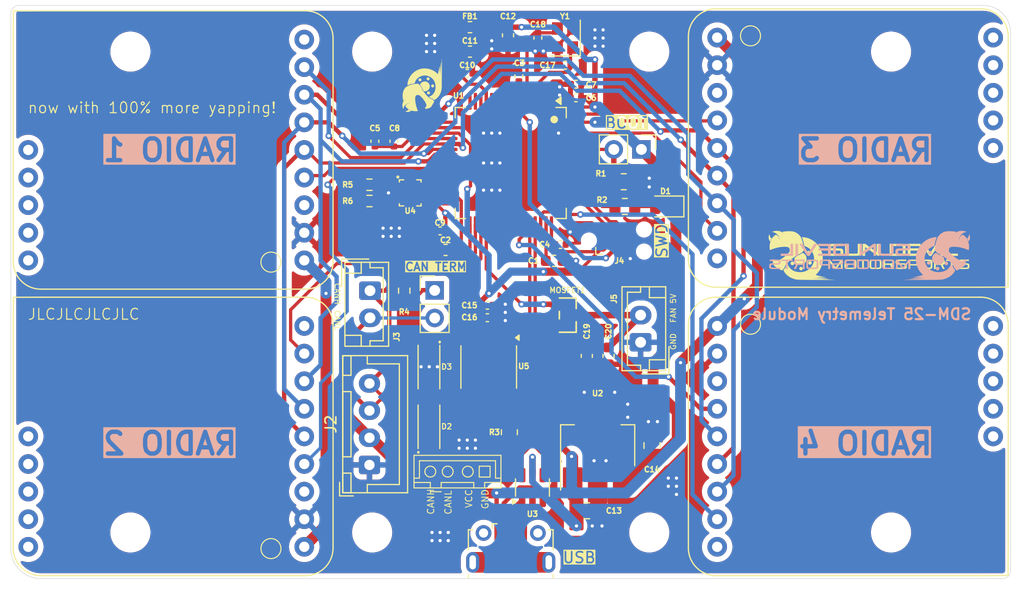
<source format=kicad_pcb>
(kicad_pcb (version 20241229) (generator "pcbnew") (generator_version "9.0")
  (layers (0 "F.Cu" signal) (4 "In1.Cu" signal) (6 "In2.Cu" signal) (2 "B.Cu" signal) (13 "F.Paste" user) (15 "B.Paste" user) (5 "F.SilkS" user "F.Silkscreen") (7 "B.SilkS" user "B.Silkscreen") (1 "F.Mask" user) (3 "B.Mask" user) (25 "Edge.Cuts" user))
  (net 0 "")
  (net 1 "Net-(U5-Rs)")
  (net 2 "Net-(D1-A)")
  (net 3 "/USER_LED")
  (net 4 "/BOOT0")
  (net 5 "GND")
  (net 6 "/I2C2_SDA")
  (net 7 "/I2C2_SCL")
  (net 8 "Net-(JP2-A)")
  (net 9 "Net-(J1-D+)")
  (net 10 "VCC")
  (net 11 "Net-(J1-D-)")
  (net 12 "/USB_D-")
  (net 13 "/USB_D+")
  (net 14 "+3.3V")
  (net 15 "/CRX")
  (net 16 "/CTX")
  (net 24 "/CS_4")
  (net 26 "/FAN")
  (net 28 "Net-(U1-VDDA)")
  (net 30 "/MISO")
  (net 32 "/CS_2")
  (net 34 "/G0_3")
  (net 36 "/G0_1")
  (net 42 "/SCK")
  (net 43 "Net-(U1-VCAP_2)")
  (net 44 "/HSE_OUT")
  (net 45 "/CS_3")
  (net 46 "/HSE_IN")
  (net 48 "/CS_1")
  (net 50 "/MOSI")
  (net 53 "/G0_4")
  (net 54 "/SWDIO")
  (net 57 "Net-(U1-VCAP_1)")
  (net 58 "/G0_2")
  (net 59 "/SWO")
  (net 61 "/SWCLK")
  (net 65 "/NRST")
  (net 66 "CANL")
  (net 67 "CANH")
  (net 68 "FAN_PWR")
  (footprint "Resistor_SMD:R_0805_2012Metric" (layer "F.Cu") (at 160.4 101.725 180)
    (property "Reference" "R1")
    (property "Value" "10k")
  )
  (footprint "Capacitor_SMD:C_0805_2012Metric" (layer "F.Cu") (at 157 132)
    (property "Reference" "C13")
    (property "Value" "10uF")
  )
  (footprint "Connector_JST:JST_EH_B2B-EH-A_1x02_P2.50mm_Vertical" (layer "F.Cu") (at 161.95 116.5 90)
    (property "Reference" "J5")
    (property "Value" "JST_EH_B2B-EH-A_1x02_P2.50mm_Vertical")
  )
  (footprint "Library:SC-70-5" (layer "F.Cu") (at 140.75 102.75)
    (property "Reference" "U4")
    (property "Value" "24LC01BT-E/LT")
  )
  (footprint "Capacitor_SMD:C_0402_1005Metric" (layer "F.Cu") (at 155.02 91 180)
    (property "Reference" "C17")
    (property "Value" "10pF")
  )
  (footprint "Radio:RFM95W" (layer "F.Cu") (at 118.935 98.8 90)
    (property "Reference" "U3" (hide yes))
    (property "Value" "RFM95W")
  )
  (footprint "Package_TO_SOT_SMD:SOT-223-3_TabPin2" (layer "F.Cu") (at 158 126 90)
    (property "Reference" "U2")
    (property "Value" "MIC37100-3.3WS")
  )
  (footprint "MountingHole:MountingHole_3.2mm_M3" (layer "F.Cu") (at 162.75 134)
    (property "Reference" "H4" (hide yes))
    (property "Value" "M3")
  )
  (footprint "Resistor_SMD:R_0805_2012Metric" (layer "F.Cu") (at 149.875 124.775 -90)
    (property "Reference" "R3")
    (property "Value" "10k")
  )
  (footprint "Connector_PinHeader_2.54mm:PinHeader_1x02_P2.54mm_Vertical" (layer "F.Cu") (at 143 111.725)
    (property "Reference" "JP2" (hide yes))
    (property "Value" "Bus Termination")
  )
  (footprint "Package_QFP:LQFP-64_10x10mm_P0.5mm" (layer "F.Cu") (at 150 100 -90)
    (property "Reference" "U1")
    (property "Value" "STM32F405RGT6")
  )
  (footprint "Library:SOD-123FL" (layer "F.Cu") (at 142.475 124.275 90)
    (property "Reference" "D2")
    (property "Value" "TVS")
  )
  (footprint "Resistor_SMD:R_0603_1608Metric" (layer "F.Cu") (at 140.2 111.75 -90)
    (property "Reference" "R4")
    (property "Value" "120")
  )
  (footprint "Package_TO_SOT_SMD:SOT-23-6" (layer "F.Cu") (at 152 129.8625 90)
    (property "Reference" "U3")
    (property "Value" "USBLC6-2SC6")
  )
  (footprint "Capacitor_SMD:C_0402_1005Metric" (layer "F.Cu") (at 139.25 98 -90)
    (property "Reference" "C8")
    (property "Value" "100nF")
  )
  (footprint "Capacitor_SMD:C_0402_1005Metric" (layer "F.Cu") (at 137.5 98 -90)
    (property "Reference" "C5")
    (property "Value" "100nF")
  )
  (footprint "Capacitor_SMD:C_0402_1005Metric" (layer "F.Cu") (at 152.5 88.5 -90)
    (property "Reference" "C18")
    (property "Value" "10pF")
  )
  (footprint "Capacitor_SMD:C_0402_1005Metric" (layer "F.Cu") (at 146 91.75 180)
    (property "Reference" "C10")
    (property "Value" "100nF")
  )
  (footprint "Capacitor_SMD:C_0402_1005Metric" (layer "F.Cu") (at 143.5 106.25)
    (property "Reference" "C9")
    (property "Value" "100nF")
  )
  (footprint "Capacitor_SMD:C_0402_1005Metric" (layer "F.Cu") (at 156 94)
    (property "Reference" "C6")
    (property "Value" "100nF")
  )
  (footprint "Radio:RFM95W" (layer "F.Cu") (at 181.065 125.16 -90)
    (property "Reference" "U3" (hide yes))
    (property "Value" "RFM95W")
  )
  (footprint "MountingHole:MountingHole_3.2mm_M3" (layer "F.Cu") (at 115 134)
    (property "Reference" "H1" (hide yes))
    (property "Value" "M3")
  )
  (footprint "Capacitor_SMD:C_0402_1005Metric" (layer "F.Cu") (at 147.85 114.2375 180)
    (property "Reference" "C16")
    (property "Value" "100nF")
  )
  (footprint "Capacitor_SMD:C_0402_1005Metric" (layer "F.Cu") (at 147.85 113.0875 180)
    (property "Reference" "C15")
    (property "Value" "100nF")
  )
  (footprint "Resistor_SMD:R_0805_2012Metric" (layer "F.Cu") (at 160.5 104 180)
    (property "Reference" "R2")
    (property "Value" "220")
  )
  (footprint "Library:SOT23_TOS" (layer "F.Cu") (at 155.25 114 -90)
    (property "Reference" "MOS1" (hide yes))
    (property "Value" "SOT23_TOS")
  )
  (footprint "Capacitor_SMD:C_0402_1005Metric" (layer "F.Cu") (at 154.575 107.5 180)
    (property "Reference" "C4")
    (property "Value" "100nF")
  )
  (footprint "Radio:RFM95W" (layer "F.Cu") (at 181.065 98.62 -90)
    (property "Reference" "U3" (hide yes))
    (property "Value" "RFM95W")
  )
  (footprint "Library:wheelyboi" (layer "F.Cu") (at 142 93 90)
    (property "Reference" "G***" (hide yes))
    (property "Value" "LOGO" (hide yes))
  )
  (footprint "MountingHole:MountingHole_3.2mm_M3" (layer "F.Cu") (at 185 134)
    (property "Reference" "H1" (hide yes))
    (property "Value" "M3")
  )
  (footprint "Capacitor_SMD:C_0402_1005Metric" (layer "F.Cu") (at 156.02 92.75)
    (property "Reference" "C7")
    (property "Value" "100nF")
  )
  (footprint "Connector_USB:USB_Micro-B_Molex-105017-0001" (layer "F.Cu") (at 150 135.5125)
    (property "Reference" "J4" (hide yes))
    (property "Value" "USB_B_Micro")
  )
  (footprint "Library:SOD-123FL" (layer "F.Cu") (at 142.475 118.775 -90)
    (property "Reference" "D3")
    (property "Value" "TVS")
  )
  (footprint "Resistor_SMD:R_0603_1608Metric" (layer "F.Cu") (at 137 103.5 180)
    (property "Reference" "R6")
    (property "Value" "2.7k")
  )
  (footprint "Crystal:Crystal_SMD_2520-4Pin_2.5x2.0mm" (layer "F.Cu") (at 155 88.5 90)
    (property "Reference" "Y1")
    (property "Value" "12MHz")
  )
  (footprint "Connector_JST:JST_EH_B2B-EH-A_1x02_P2.50mm_Vertical" (layer "F.Cu") (at 137.05 111.75 -90)
    (property "Reference" "J3")
    (property "Value" "JST_EH_B2B-EH-A_1x02_P2.50mm_Vertical")
  )
  (footprint "MountingHole:MountingHole_3.2mm_M3" (layer "F.Cu") (at 115 89.75)
    (property "Reference" "H1" (hide yes))
    (property "Value" "M3")
  )
  (footprint "Connector:Tag-Connect_TC2030-IDC-NL_2x03_P1.27mm_Vertical" (layer "F.Cu") (at 159.73 107.135)
    (property "Reference" "J4")
    (property "Value" "Conn_ARM_SWD_TagConnect_TC2030")
  )
  (footprint "Package_SO:SOIC-8_3.9x4.9mm_P1.27mm" (layer "F.Cu") (at 147.975 118.775 -90)
    (property "Reference" "U5")
    (property "Value" "SN65HVD230")
  )
  (footprint "Resistor_SMD:R_0603_1608Metric" (layer "F.Cu") (at 137 102 180)
    (property "Reference" "R5")
    (property "Value" "2.7k")
  )
  (footprint "LED_SMD:LED_0805_2012Metric" (layer "F.Cu") (at 164.25 104 180)
    (property "Reference" "D1")
    (property "Value" "GREEN")
  )
  (footprint "Capacitor_SMD:C_0603_1608Metric" (layer "F.Cu") (at 149.75 88.25 90)
    (property "Reference" "C12")
    (property "Value" "1uF")
  )
  (footprint "Inductor_SMD:L_0603_1608Metric" (layer "F.Cu") (at 146.25 87.5)
    (property "Reference" "FB1")
    (property "Value" "120R")
  )
  (footprint "MountingHole:MountingHole_3.2mm_M3" (layer "F.Cu") (at 137.25 134)
    (property "Reference" "H3" (hide yes))
    (property "Value" "M3")
  )
  (footprint "Capacitor_SMD:C_0603_1608Metric" (layer "F.Cu") (at 144 108 180)
    (property "Reference" "C2")
    (property "Value" "2.2uF")
  )
  (footprint "Capacitor_SMD:C_0402_1005Metric" (layer "F.Cu") (at 150.75 92 -90)
    (property "Reference" "C3")
    (property "Value" "100nF")
  )
  (footprint "Capacitor_SMD:C_0603_1608Metric" (layer "F.Cu") (at 159 117.75 -90)
    (property "Reference" "C20")
    (property "Value" "100nF")
  )
  (footprint "MountingHole:MountingHole_3.2mm_M3" (layer "F.Cu") (at 185 89.75)
    (property "Reference" "H1" (hide yes))
    (property "Value" "M3")
  )
  (footprint "Connector_PinHeader_2.54mm:PinHeader_1x02_P2.54mm_Vertical" (layer "F.Cu") (at 162.025 98.75 -90)
    (property "Reference" "JP1" (hide yes))
    (property "Value" "BOOT")
  )
  (footprint "Library:sdmlogo" (layer "F.Cu") (at 183 108.5)
    (property "Reference" "G***" (hide yes))
    (property "Value" "LOGO" (hide yes))
  )
  (footprint "MountingHole:MountingHole_3.2mm_M3" (layer "F.Cu") (at 137.25 89.75)
    (property "Reference" "H1" (hide yes))
    (property "Value" "M3")
  )
  (footprint "Connector_JST:JST_XH_B4B-XH-A_1x04_P2.50mm_Vertical" (layer "F.Cu") (at 137 127.7875 90)
    (property "Reference" "J2")
    (property "Value" "JST-XH")
  )
  (footprint "Capacitor_SMD:C_0805_2012Metric" (layer "F.Cu") (at 163 126 90)
    (property "Reference" "C14")
    (property "Value" "10uF")
  )
  (footprint "MountingHole:MountingHole_3.2mm_M3" (layer "F.Cu") (at 162.75 89.75)
    (property "Reference" "H2" (hide yes))
    (property "Value" "M3")
  )
  (footprint "Capacitor_SMD:C_0603_1608Metric" (layer "F.Cu") (at 157 117.75 -90)
    (property "Reference" "C19")
    (property "Value" "100nF")
  )
  (footprint "Capacitor_SMD:C_0603_1608Metric" (layer "F.Cu") (at 146.25 89.75 180)
    (property "Reference" "C11")
    (property "Value" "1uF")
  )
  (footprint "Capacitor_SMD:C_0603_1608Metric" (layer "F.Cu") (at 154 109 180)
    (property "Reference" "C1")
    (property "Value" "2.2uF")
  )
  (footprint "Radio:RFM95W" (layer "F.Cu") (at 118.935 125.16 90)
    (property "Reference" "U3" (hide yes))
    (property "Value" "RFM95W")
  )
  (footprint "Library:sdmlogo" (layer "B.Cu") (at 183 108.5 180)
    (property "Reference" "G***" (hide yes))
    (property "Value" "LOGO" (hide yes))
  )
  (gr_line (start 146.6 129.9) (end 146.6 129.4) (stroke (width 0.1)) (layer "F.SilkS"))
  (gr_rect (start 147.1 127.9) (end 148.1 128.9) (stroke (width 0.1)) (fill no) (layer "F.SilkS"))
  (gr_line (start 149.1 129.4) (end 147.6 129.4) (stroke (width 0.1)) (layer "F.SilkS"))
  (gr_circle (center 154 96) (end 154.3 96) (stroke (width 0.1)) (fill yes) (layer "F.SilkS"))
  (gr_line (start 146.6 129.4) (end 143.6 129.4) (stroke (width 0.1)) (layer "F.SilkS"))
  (gr_line (start 143.6 129.9) (end 143.6 129.4) (stroke (width 0.1)) (layer "F.SilkS"))
  (gr_line (start 141.1 129.4) (end 142.6 129.4) (stroke (width 0.1)) (layer "F.SilkS"))
  (gr_line (start 149.1 129.9) (end 141.1 129.9) (stroke (width 0.1)) (layer "F.SilkS"))
  (gr_line (start 148.1 127.4) (end 148.6 127.4) (stroke (width 0.1)) (layer "F.SilkS"))
  (gr_line (start 147.6 129.4) (end 147.6 129.9) (stroke (width 0.1)) (layer "F.SilkS"))
  (gr_circle (center 142.6 128.4) (end 142.6 127.9) (stroke (width 0.1)) (fill no) (layer "F.SilkS"))
  (gr_line (start 142.6 130.25) (end 143.6 130.25) (stroke (width 0.1)) (layer "F.SilkS"))
  (gr_line (start 141.1 126.9) (end 149.1 126.9) (stroke (width 0.1)) (layer "F.SilkS"))
  (gr_line (start 141.1 129) (end 141.6 129) (stroke (width 0.1)) (layer "F.SilkS"))
  (gr_line (start 141.1 129.9) (end 141.1 126.9) (stroke (width 0.1)) (layer "F.SilkS"))
  (gr_line (start 141.6 129) (end 141.6 127.4) (stroke (width 0.1)) (layer "F.SilkS"))
  (gr_circle (center 144.2 128.4) (end 144.2 127.9) (stroke (width 0.1)) (fill no) (layer "F.SilkS"))
  (gr_line (start 141.6 127.4) (end 148.1 127.4) (stroke (width 0.1)) (layer "F.SilkS"))
  (gr_line (start 142.6 129.4) (end 142.6 129.9) (stroke (width 0.1)) (layer "F.SilkS"))
  (gr_line (start 148.6 127.4) (end 148.6 129) (stroke (width 0.1)) (layer "F.SilkS"))
  (gr_line (start 148.6 129) (end 149.1 129) (stroke (width 0.1)) (layer "F.SilkS"))
  (gr_circle (center 146.05 128.4) (end 146.05 127.9) (stroke (width 0.1)) (fill no) (layer "F.SilkS"))
  (gr_line (start 149.1 126.9) (end 149.1 129.9) (stroke (width 0.1)) (layer "F.SilkS"))
  (gr_arc (start 193.5 85.5) (mid 195.267767 86.232233) (end 196 88) (stroke (width 0.05)) (layer "Edge.Cuts"))
  (gr_line (start 104 135.5) (end 104 86.25) (stroke (width 0.05)) (layer "Edge.Cuts"))
  (gr_arc (start 104 86.25) (mid 104.21967 85.71967) (end 104.75 85.5) (stroke (width 0.05)) (layer "Edge.Cuts"))
  (gr_line (start 104.75 85.5) (end 193.5 85.5) (stroke (width 0.05)) (layer "Edge.Cuts"))
  (gr_arc (start 106.75 138.25) (mid 104.805456 137.444544) (end 104 135.5) (stroke (width 0.05)) (layer "Edge.Cuts"))
  (gr_arc (start 196 137.5) (mid 195.78033 138.03033) (end 195.25 138.25) (stroke (width 0.05)) (layer "Edge.Cuts"))
  (gr_line (start 196 88) (end 196 137.5) (stroke (width 0.05)) (layer "Edge.Cuts"))
  (gr_line (start 195.25 138.25) (end 106.75 138.25) (stroke (width 0.05)) (layer "Edge.Cuts"))
  (gr_text "USB" (at 154.7 136.9 0) (layer "F.SilkS" knockout) (effects (font (size 1 1)) (justify left bottom)))
  (gr_text "CANL" (at 133.75 113.5 270) (layer "F.SilkS") (effects (font (size 0.5 0.5) (thickness 0.08)) (justify left bottom)))
  (gr_text "MOSFET1" (at 153.5 112 0) (layer "F.SilkS") (effects (font (size 0.5 0.5) (thickness 0.1)) (justify left bottom)))
  (gr_text "CANL" (at 144.6 132.4 90) (layer "F.SilkS") (effects (font (size 0.6 0.6) (thickness 0.08)) (justify left bottom)))
  (gr_text "CANH" (at 133.75 111 270) (layer "F.SilkS") (effects (font (size 0.5 0.5) (thickness 0.08)) (justify left bottom)))
  (gr_text "GND" (at 165.25 117.25 90) (layer "F.SilkS") (effects (font (size 0.5 0.5) (thickness 0.08)) (justify left bottom)))
  (gr_text "SWD" (at 164.5 108.8 90) (layer "F.SilkS" knockout) (effects (font (size 1 1)) (justify left bottom)))
  (gr_text "GND" (at 148 131.9 90) (layer "F.SilkS") (effects (font (size 0.6 0.6) (thickness 0.08)) (justify left bottom)))
  (gr_text "CANH" (at 143 132.4 90) (layer "F.SilkS") (effects (font (size 0.6 0.6) (thickness 0.08)) (justify left bottom)))
  (gr_text "now with 100% more yapping!" (at 105.5 95.5 0) (layer "F.SilkS") (effects (font (size 1 1) (thickness 0.1)) (justify left bottom)))
  (gr_text "VCC\n" (at 146.5 131.8 90) (layer "F.SilkS") (effects (font (size 0.6 0.6) (thickness 0.08)) (justify left bottom)))
  (gr_text "JLCJLCJLCJLC" (at 105.5 114.5 0) (layer "F.SilkS") (effects (font (size 1 1) (thickness 0.1)) (justify left bottom)))
  (gr_text "CAN TERM" (at 140.2 110 0) (layer "F.SilkS" knockout) (effects (font (size 0.75 0.75)) (justify left bottom)))
  (gr_text "BOOT" (at 158.6 96.9 0) (layer "F.SilkS" knockout) (effects (font (size 1 1)) (justify left bottom)))
  (gr_text "FAN 5V" (at 165.25 114.75 90) (layer "F.SilkS") (effects (font (size 0.5 0.5) (thickness 0.08)) (justify left bottom)))
  (gr_text "SDM-25 Telemetry Module" (at 192.5 114.5 0) (layer "B.SilkS") (effects (font (size 1 1) (thickness 0.2) (bold yes)) (justify left bottom mirror)))
  (gr_text "RADIO 2" (at 125 127 -0) (layer "B.SilkS" knockout) (effects (font (size 2 2) (thickness 0.4)) (justify left bottom mirror)))
  (gr_text "RADIO 1" (at 125 100 -0) (layer "B.SilkS" knockout) (effects (font (size 2 2) (thickness 0.4)) (justify left bottom mirror)))
  (gr_text "RADIO 4" (at 189 127 -0) (layer "B.SilkS" knockout) (effects (font (size 2 2) (thickness 0.4)) (justify left bottom mirror)))
  (gr_text "RADIO 3" (at 189 100 -0) (layer "B.SilkS" knockout) (effects (font (size 2 2) (thickness 0.4)) (justify left bottom mirror)))
  (segment (start 149.88 121.25) (end 149.88 123.8575) (width 0.6) (layer "F.Cu") (net 1))
  (segment (start 150.405 123.87) (end 150.4 123.875) (width 0.3) (layer "F.Cu") (net 1))
  (segment (start 161.4125 104) (end 163.3125 104) (width 0.3) (layer "F.Cu") (net 2))
  (segment (start 156.55312 99.25) (end 155.675 99.25) (width 0.3) (layer "F.Cu") (net 3))
  (segment (start 159.5875 104) (end 158.425963 104) (width 0.3) (layer "F.Cu") (net 3))
  (segment (start 158.425963 104) (end 157.5 103.074037) (width 0.3) (layer "F.Cu") (net 3))
  (segment (start 157.5 103.074037) (end 157.5 100.19688) (width 0.3) (layer "F.Cu") (net 3))
  (segment (start 157.5 100.19688) (end 156.55312 99.25) (width 0.3) (layer "F.Cu") (net 3))
  (segment (start 159.5875 98.8525) (end 159.485 98.75) (width 0.2) (layer "F.Cu") (net 4))
  (segment (start 159.4875 101.725) (end 159.4875 98.7525) (width 0.5) (layer "F.Cu") (net 4))
  (segment (start 159.4875 98.7525) (end 159.485 98.75) (width 0.5) (layer "F.Cu") (net 4))
  (segment (start 157.275 98.25) (end 157.775 98.75) (width 0.3) (layer "F.Cu") (net 4))
  (segment (start 155.675 98.25) (end 157.275 98.25) (width 0.3) (layer "F.Cu") (net 4))
  (segment (start 157.775 98.75) (end 159.485 98.75) (width 0.3) (layer "F.Cu") (net 4))
  (segment (start 152.5 88.98) (end 152.5 89.5) (width 0.3) (layer "F.Cu") (net 5))
  (segment (start 155.7 87.8) (end 154.3 89.2) (width 0.3) (layer "F.Cu") (net 5))
  (segment (start 153.375 89.375) (end 153 89.75) (width 0.3) (layer "F.Cu") (net 5))
  (segment (start 151.3 132.8) (end 152 132.1) (width 0.4) (layer "F.Cu") (net 5))
  (segment (start 141.85 102.1) (end 141.15 102.1) (width 0.3) (layer "F.Cu") (net 5))
  (segment (start 141.15 102.1) (end 140.5 102.75) (width 0.3) (layer "F.Cu") (net 5))
  (segment (start 139.65 102.75) (end 138.75 102.75) (width 0.3) (layer "F.Cu") (net 5))
  (segment (start 155.475 106.35) (end 155.055 106.77) (width 0.4) (layer "F.Cu") (net 5))
  (segment (start 144.325 96.75) (end 140.806714 96.75) (width 0.3) (layer "F.Cu") (net 5))
  (segment (start 148.61 114.5175) (end 148.33 114.2375) (width 0.5) (layer "F.Cu") (net 5))
  (segment (start 144.325 96.75) (end 147 96.75) (width 0.3) (layer "F.Cu") (net 5))
  (segment (start 154.3 90.76) (end 154.54 91) (width 0.5) (layer "F.Cu") (net 5))
  (segment (start 140.5 102.75) (end 139.65 102.75) (width 0.3) (layer "F.Cu") (net 5))
  (segment (start 152.625 89.375) (end 152.25 89.75) (width 0.3) (layer "F.Cu") (net 5))
  (segment (start 148.25 94.325) (end 148.25 97.25) (width 0.3) (layer "F.Cu") (net 5))
  (segment (start 151.3 134.05) (end 151.3 132.8) (width 0.4) (layer "F.Cu") (net 5))
  (segment (start 140.806714 96.75) (end 140.036714 97.52) (width 0.3) (layer "F.Cu") (net 5))
  (segment (start 154.3 89.375) (end 153.375 89.375) (width 0.3) (layer "F.Cu") (net 5))
  (segment (start 154.79688 96.75) (end 154.4 97.14688) (width 0.3) (layer "F.Cu") (net 5))
  (segment (start 155.055 106.77) (end 155.055 107.5) (width 0.4) (layer "F.Cu") (net 5))
  (segment (start 161 108.8) (end 161 107.77) (width 0.4) (layer "F.Cu") (net 5))
  (segment (start 140.036714 97.52) (end 137.5 97.52) (width 0.3) (layer "F.Cu") (net 5))
  (segment (start 154.3 89.2) (end 154.3 89.375) (width 0.3) (layer "F.Cu") (net 5))
  (segment (start 148.61 116.3) (end 148.61 114.5175) (width 0.5) (layer "F.Cu") (net 5))
  (segment (start 155.675 96.75) (end 154.79688 96.75) (width 0.3) (layer "F.Cu") (net 5))
  (segment (start 152 132.1) (end 152 131) (width 0.4) (layer "F.Cu") (net 5))
  (segment (start 152.5 88.98) (end 152.5 89.25) (width 0.3) (layer "F.Cu") (net 5))
  (segment (start 154.775 109) (end 156 109) (width 0.4) (layer "F.Cu") (net 5))
  (segment (start 155.7 87.625) (end 155.7 87.8) (width 0.3) (layer "F.Cu") (net 5))
  (segment (start 154.3 89.375) (end 152.625 89.375) (width 0.5) (layer "F.Cu") (net 5))
  (segment (start 154.4 97.14688) (end 154.4 97.25) (width 0.3) (layer "F.Cu") (net 5))
  (segment (start 152.5 89.25) (end 153 89.75) (width 0.3) (layer "F.Cu") (net 5))
  (segment (start 152.5 89.5) (end 152.25 89.75) (width 0.3) (layer "F.Cu") (net 5))
  (segment (start 147 96.75) (end 147.5 97.25) (width 0.3) (layer "F.Cu") (net 5))
  (segment (start 154.3 89.375) (end 154.3 90.76) (width 0.5) (layer "F.Cu") (net 5))
  (via (at 157.5 133.4) (size 0.7) (drill 0.3) (layers "F.Cu" "B.Cu") (net 5))
  (via (at 148.25 100) (size 0.6) (drill 0.3) (layers "F.Cu" "B.Cu") (net 5))
  (via (at 160.76817 123.4) (size 0.7) (drill 0.3) (layers "F.Cu" "B.Cu") (net 5))
  (via (at 158.5 89.25) (size 0.6) (drill 0.3) (layers "F.Cu" "B.Cu") (net 5))
  (via (at 139 106.75) (size 0.6) (drill 0.3) (layers "F.Cu" "B.Cu") (net 5))
  (via (at 138.75 102.75) (size 0.6) (drill 0.3) (layers "F.Cu" "B.Cu") (net 5))
  (via (at 143.5 134.75) (size 0.6) (drill 0.3) (layers "F.Cu" "B.Cu") (net 5))
  (via (at 142.5 118.75) (size 0.6) (drill 0.3) (layers "F.Cu" "B.Cu") (net 5))
  (via (at 149 97.25) (size 0.6) (drill 0.3) (layers "F.Cu" "B.Cu") (net 5))
  (via (at 158.5 87.75) (size 0.6) (drill 0.3) (layers "F.Cu" "B.Cu") (net 5))
  (via (at 157.75 89.25) (size 0.6) (drill 0.3) (layers "F.Cu" "B.Cu") (net 5))
  (via (at 161 108.8) (size 0.6) (drill 0.3) (layers "F.Cu" "B.Cu") (net 5))
  (via (at 149 102.5) (size 0.6) (drill 0.3) (layers "F.Cu" "B.Cu") (net 5))
  (via (at 160.76817 122.2) (size 0.7) (drill 0.3) (layers "F.Cu" "B.Cu") (net 5))
  (via (at 149.5 113.75) (size 0.6) (drill 0.3) (layers "F.Cu" "B.Cu") (net 5))
  (via (at 157.66817 127.4) (size 0.7) (drill 0.3) (layers "F.Cu" "B.Cu") (net 5))
  (via (at 145.25 125.5) (size 0.6) (drill 0.3) (layers "F.Cu" "B.Cu") (net 5))
  (via (at 148.25 88.75) (size 0.6) (drill 0.3) (layers "F.Cu" "B.Cu") (net 5))
  (via (at 149 100) (size 0.6) (drill 0.3) (layers "F.Cu" "B.Cu") (net 5))
  (via (at 142.25 89.75) (size 0.6) (drill 0.3) (layers "F.Cu" "B.Cu") (net 5))
  (via (at 142.25 89) (size 0.6) (drill 0.3) (layers "F.Cu" "B.Cu") (net 5))
  (via (at 165.25 129) (size 0.6) (drill 0.3) (layers "F.Cu" "B.Cu") (net 5))
  (via (at 154.5 93) (size 0.6) (drill 0.3) (layers "F.Cu" "B.Cu") (net 5))
  (via (at 165.25 130.5) (size 0.6) (drill 0.3) (layers "F.Cu" "B.Cu") (net 5))
  (via (at 164.5 129) (size 0.6) (drill 0.3) (layers "F.Cu" "B.Cu") (net 5))
  (via (at 147.5 97.25) (size 0.6) (drill 0.3) (layers "F.Cu" "B.Cu") (net 5))
  (via (at 141.75 118.75) (size 0.6) (drill 0.3) (layers "F.Cu" "B.Cu") (net 5))
  (via (at 139.75 106) (size 0.6) (drill 0.3) (layers "F.Cu" "B.Cu") (net 5))
  (via (at 139.75 106.75) (size 0.6) (drill 0.3) (layers "F.Cu" "B.Cu") (net 5))
  (via (at 149.5 113) (size 0.6) (drill 0.3) (layers "F.Cu" "B.Cu") (net 5))
  (via (at 146 126.25) (size 0.6) (drill 0.3) (layers "F.Cu" "B.Cu") (net 5))
  (via (at 143.25 118.75) (size 0.6) (drill 0.3) (layers "F.Cu" "B.Cu") (net 5))
  (via (at 165.25 129.75) (size 0.6) (drill 0.3) (layers "F.Cu" "B.Cu") (net 5))
  (via (at 157.75 87.75) (size 0.6) (drill 0.3) (layers "F.Cu" "B.Cu") (net 5))
  (via (at 147.5 100) (size 0.6) (drill 0.3) (layers "F.Cu" "B.Cu") (net 5))
  (via (at 146.75 125.5) (size 0.6) (drill 0.3) (layers "F.Cu" "B.Cu") (net 5))
  (via (at 158.4 133.4) (size 0.7) (drill 0.3) (layers "F.Cu" "B.Cu") (net 5))
  (via (at 154.4 97.25) (size 0.6) (drill 0.3) (layers "F.Cu" "B.Cu") (net 5))
  (via (at 158.76817 127.4) (size 0.7) (drill 0.3) (layers "F.Cu" "B.Cu") (net 5))
  (via (at 162.66817 123.8) (size 0.7) (drill 0.3) (layers "F.Cu" "B.Cu") (net 5))
  (via (at 148.25 97.25) (size 0.6) (drill 0.3) (layers "F.Cu" "B.Cu") (net 5))
  (via (at 156 109) (size 0.6) (drill 0.3) (layers "F.Cu" "B.Cu") (net 5))
  (via (at 143 89.75) (size 0.6) (drill 0.3) (layers "F.Cu" "B.Cu") (net 5))
  (via (at 146.75 126.25) (size 0.6) (drill 0.3) (layers "F.Cu" "B.Cu") (net 5))
  (via (at 145.25 126.25) (size 0.6) (drill 0.3) (layers "F.Cu" "B.Cu") (net 5))
  (via (at 157.75 88.5) (size 0.6) (drill 0.3) (layers "F.Cu" "B.Cu") (net 5))
  (via (at 163.5 123.8) (size 0.7) (drill 0.3) (layers "F.Cu" "B.Cu") (net 5))
  (via (at 162.75 102.2) (size 0.6) (drill 0.3) (layers "F.Cu" "B.Cu") (net 5))
  (via (at 148.25 89.5) (size 0.6) (drill 0.3) (layers "F.Cu" "B.Cu") (net 5))
  (via (at 146 125.5) (size 0.6) (drill 0.3) (layers "F.Cu" "B.Cu") (net 5))
  (via (at 152.25 89.7) (size 0.6) (drill 0.3) (layers "F.Cu" "B.Cu") (net 5))
  (via (at 154.5 93.75) (size 0.6) (drill 0.3) (layers "F.Cu" "B.Cu") (net 5))
  (via (at 143 88.25) (size 0.6) (drill 0.3) (layers "F.Cu" "B.Cu") (net 5))
  (via (at 142.75 134) (size 0.6) (drill 0.3) (layers "F.Cu" "B.Cu") (net 5))
  (via (at 159.56817 121.1) (size 0.7) (drill 0.3) (layers "F.Cu" "B.Cu") (net 5))
  (via (at 158.5 88.5) (size 0.6) (drill 0.3) (layers "F.Cu" "B.Cu") (net 5))
  (via (at 143.5 134) (size 0.6) (drill 0.3) (layers "F.Cu" "B.Cu") (net 5))
  (via (at 153 89.7) (size 0.6) (drill 0.3) (layers "F.Cu" "B.Cu") (net 5))
  (via (at 143 89) (size 0.6) (drill 0.3) (layers "F.Cu" "B.Cu") (net 5))
  (via (at 144.25 134) (size 0.6) (drill 0.3) (layers "F.Cu" "B.Cu") (net 5))
  (via (at 138.25 106) (size 0.6) (drill 0.3) (layers "F.Cu" "B.Cu") (net 5))
  (via (at 164.5 129.75) (size 0.6) (drill 0.3) (layers "F.Cu" "B.Cu") (net 5))
  (via (at 144.25 134.75) (size 0.6) (drill 0.3) (layers "F.Cu" "B.Cu") (net 5))
  (via (at 155.475 106.35) (size 0.6) (drill 0.3) (layers "F.Cu" "B.Cu") (net 5))
  (via (at 139 106) (size 0.6) (drill 0.3) (layers "F.Cu" "B.Cu") (net 5))
  (via (at 148.25 102.5) (size 0.6) (drill 0.3) (layers "F.Cu" "B.Cu") (net 5))
  (via (at 156.76817 121.1) (size 0.7) (drill 0.3) (layers "F.Cu" "B.Cu") (net 5))
  (via (at 149.5 114.5) (size 0.6) (drill 0.3) (layers "F.Cu" "B.Cu") (net 5))
  (via (at 142.75 134.75) (size 0.6) (drill 0.3) (layers "F.Cu" "B.Cu") (net 5))
  (via (at 162.75 101.4) (size 0.6) (drill 0.3) (layers "F.Cu" "B.Cu") (net 5))
  (via (at 147.5 102.5) (size 0.6) (drill 0.3) (layers "F.Cu" "B.Cu") (net 5))
  (via (at 138.25 106.75) (size 0.6) (drill 0.3) (layers "F.Cu" "B.Cu") (net 5))
  (via (at 142.25 88.25) (size 0.6) (drill 0.3) (layers "F.Cu" "B.Cu") (net 5))
  (segment (start 139.65 103.4) (end 140.6 103.4) (width 0.3) (layer "F.Cu") (net 6))
  (segment (start 137.825 103.5) (end 139.55 103.5) (width 0.3) (layer "F.Cu") (net 6))
  (segment (start 140.6 103.4) (end 141.25 102.75) (width 0.3) (layer "F.Cu") (net 6))
  (segment (start 141.25 102.75) (end 144.325 102.75) (width 0.3) (layer "F.Cu") (net 6))
  (segment (start 139.55 103.5) (end 139.65 103.4) (width 0.3) (layer "F.Cu") (net 6))
  (segment (start 140.975 101.525) (end 142.407192 101.525) (width 0.3) (layer "F.Cu") (net 7))
  (segment (start 139.725 102.175) (end 140.325 102.175) (width 0.3) (layer "F.Cu") (net 7))
  (segment (start 137.825 102) (end 139.55 102) (width 0.3) (layer "F.Cu") (net 7))
  (segment (start 139.65 102.1) (end 139.725 102.175) (width 0.3) (layer "F.Cu") (net 7))
  (segment (start 143.132192 102.25) (end 144.325 102.25) (width 0.3) (layer "F.Cu") (net 7))
  (segment (start 139.55 102) (end 139.65 102.1) (width 0.3) (layer "F.Cu") (net 7))
  (segment (start 140.325 102.175) (end 140.975 101.525) (width 0.3) (layer "F.Cu") (net 7))
  (segment (start 142.407192 101.525) (end 143.132192 102.25) (width 0.3) (layer "F.Cu") (net 7))
  (segment (start 140.2 112.575) (end 141 112.575) (width 0.4) (layer "F.Cu") (net 8))
  (segment (start 141 112.575) (end 141.875 111.7) (width 0.4) (layer "F.Cu") (net 8))
  (segment (start 141.875 111.7) (end 142.975 111.7) (width 0.4) (layer "F.Cu") (net 8))
  (segment (start 142.975 111.7) (end 143 111.725) (width 0.4) (layer "F.Cu") (net 8))
  (segment (start 151.05 131) (end 150 132.05) (width 0.4) (layer "F.Cu") (net 9))
  (segment (start 150 132.05) (end 150 134.05) (width 0.4) (layer "F.Cu") (net 9))
  (segment (start 154.3102 125.7102) (end 154.3102 114.950001) (width 0.6) (layer "F.Cu") (net 10))
  (segment (start 133 112) (end 133 121.2875) (width 1) (layer "F.Cu") (net 10))
  (segment (start 170.975 90.435) (end 169 88.46) (width 1) (layer "F.Cu") (net 10))
  (segment (start 133 121.2875) (end 133 133.32) (width 1) (layer "F.Cu") (net 10))
  (segment (start 137.17543 125.2875) (end 137 125.2875) (width 1) (layer "F.Cu") (net 10))
  (segment (start 165.625 118.375) (end 169 115) (width 1) (layer "F.Cu") (net 10))
  (segment (start 155.7 127.1) (end 155.6 127) (width 1) (layer "F.Cu") (net 10))
  (segment (start 133 133.32) (end 131 135.32) (width 1) (layer "F.Cu") (net 10))
  (segment (start 171.5 112.5) (end 172.7 111.3) (width 1) (layer "F.Cu") (net 10))
  (segment (start 172.7 100.5) (end 170.975 98.775) (width 1) (layer "F.Cu") (net 10))
  (segment (start 133 121.2875) (end 137 125.2875) (width 1) (layer "F.Cu") (net 10))
  (segment (start 148.7 134.05) (end 148.7 130.3625) (width 0.4) (layer "F.Cu") (net 10))
  (segment (start 155.6 127) (end 154.3102 125.7102) (width 0.6) (layer "F.Cu") (net 10))
  (segment (start 155.7 129.15) (end 155.7 127.1) (width 1) (layer "F.Cu") (net 10))
  (segment (start 148.7 130.3625) (end 142.25043 130.3625) (width 1) (layer "F.Cu") (net 10))
  (segment (start 170.975 98.775) (end 170.975 90.435) (width 1) (layer "F.Cu") (net 10))
  (segment (start 152 128.725) (end 152 127.0625) (width 0.6) (layer "F.Cu") (net 10))
  (segment (start 142.25043 130.3625) (end 137.17543 125.2875) (width 1) (layer "F.Cu") (net 10))
  (segment (start 172.7 111.3) (end 172.7 100.5) (width 1) (layer "F.Cu") (net 10))
  (via (at 152 127.0625) (size 0.6) (drill 0.3) (layers "F.Cu" "B.Cu") (net 10))
  (via (at 148.7 130.3625) (size 0.6) (drill 0.3) (layers "F.Cu" "B.Cu") (net 10))
  (via (at 133 112) (size 0.6) (drill 0.3) (layers "F.Cu" "B.Cu") (net 10))
  (via (at 165.625 118.375) (size 0.6) (drill 0.3) (layers "F.Cu" "B.Cu") (net 10))
  (via (at 156.05 133.4) (size 0.6) (drill 0.3) (layers "F.Cu" "B.Cu") (net 10))
  (via (at 171.5 112.5) (size 0.6) (drill 0.3) (layers "F.Cu" "B.Cu") (net 10))
  (via (at 155.6 127) (size 0.6) (drill 0.3) (layers "F.Cu" "B.Cu") (net 10))
  (segment (start 133 112) (end 133 110.96) (width 1) (layer "B.Cu") (net 10))
  (segment (start 137.17543 125.2875) (end 137 125.2875) (width 1) (layer "B.Cu") (net 10))
  (segment (start 165.625 118.375) (end 165.625 125.375) (width 1) (layer "B.Cu") (net 10))
  (segment (start 155.6 129.9625) (end 156 130.3625) (width 1) (layer "B.Cu") (net 10))
  (segment (start 152 129.35) (end 153.0125 130.3625) (width 0.6) (layer "B.Cu") (net 10))
  (segment (start 148.7 130.3625) (end 153.0125 130.3625) (width 1) (layer "B.Cu") (net 10))
  (segment (start 131 108.96) (end 131 108.78) (width 1) (layer "B.Cu") (net 10))
  (segment (start 165.625 125.375) (end 160.6375 130.3625) (width 1) (layer "B.Cu") (net 10))
  (segment (start 133 110.96) (end 131 108.96) (width 1) (layer "B.Cu") (net 10))
  (segment (start 160.6375 130.3625) (end 156 130.3625) (width 1) (layer "B.Cu") (net 10))
  (segment (start 156.05 133.4) (end 153.0125 130.3625) (width 1) (layer "B.Cu") (net 10))
  (segment (start 155.6 127) (end 155.6 129.9625) (width 1) (layer "B.Cu") (net 10))
  (segment (start 156 130.3625) (end 153.047425 130.3625) (width 1) (layer "B.Cu") (net 10))
  (segment (start 152 127.0625) (end 152 129.35) (width 0.6) (layer "B.Cu") (net 10))
  (segment (start 171.5 112.5) (end 169 115) (width 1) (layer "B.Cu") (net 10))
  (segment (start 152.95 130.337501) (end 152.474999 129.8625) (width 0.4) (layer "F.Cu") (net 11))
  (segment (start 149.35 131.326238) (end 149.35 134.05) (width 0.4) (layer "F.Cu") (net 11))
  (segment (start 152.474999 129.8625) (end 150.813738 129.8625) (width 0.4) (layer "F.Cu") (net 11))
  (segment (start 150.813738 129.8625) (end 149.35 131.326238) (width 0.4) (layer "F.Cu") (net 11))
  (segment (start 152.95 131) (end 152.95 130.337501) (width 0.4) (layer "F.Cu") (net 11))
  (segment (start 151.05 128.725) (end 151.05 126.8125) (width 0.3) (layer "F.Cu") (net 12))
  (segment (start 151.05 126.8125) (end 151.75 126.1125) (width 0.3) (layer "F.Cu") (net 12))
  (segment (start 151.75 105.675) (end 151.75 126.1125) (width 0.3) (layer "F.Cu") (net 12))
  (segment (start 152.95 128.725) (end 152.95 126.8125) (width 0.3) (layer "F.Cu") (net 13))
  (segment (start 152.25 126.1125) (end 152.25 105.675) (width 0.3) (layer "F.Cu") (net 13))
  (segment (start 152.95 126.8125) (end 152.25 126.1125) (width 0.3) (layer "F.Cu") (net 13))
  (segment (start 136.175 103.525) (end 136.175 103.5) (width 0.4) (layer "F.Cu") (net 14))
  (segment (start 156.23 110) (end 153 110) (width 0.75) (layer "F.Cu") (net 14))
  (segment (start 165.1875 107.5625) (end 162.75 110) (width 0.75) (layer "F.Cu") (net 14))
  (segment (start 154.275 94.85) (end 157.75 94.85) (width 0.3) (layer "F.Cu") (net 14))
  (segment (start 165.25 103.9375) (end 165.1875 104) (width 1) (layer "F.Cu") (net 14))
  (segment (start 165.1875 105.6) (end 165.1875 107.5625) (width 0.75) (layer "F.Cu") (net 14))
  (segment (start 163.85 126.95) (end 163 126.95) (width 1) (layer "F.Cu") (net 14))
  (segment (start 146.3 102.1) (end 146.3 98.34688) (width 0.3) (layer "F.Cu") (net 14))
  (segment (start 165.325 125.475) (end 163.85 126.95) (width 1) (layer "F.Cu") (net 14))
  (segment (start 143.98 104.48) (end 143.98 106.25) (width 0.4) (layer "F.Cu") (net 14))
  (segment (start 157.75 94.85) (end 156.9 94) (width 0.5) (layer "F.Cu") (net 14))
  (segment (start 143.13 103.75) (end 144.325 103.75) (width 0.3) (layer "F.Cu") (net 14))
  (segment (start 146.3 98.34688) (end 145.20312 97.25) (width 0.3) (layer "F.Cu") (net 14))
  (segment (start 149.775 87.5) (end 149.75 87.475) (width 0.5) (layer "F.Cu") (net 14))
  (segment (start 147.37 112.63) (end 148 112) (width 0.5) (layer "F.Cu") (net 14))
  (segment (start 139.25 98.48) (end 137.5 98.48) (width 0.3) (layer "F.Cu") (net 14))
  (segment (start 146 102.4) (end 146.3 102.1) (width 0.3) (layer "F.Cu") (net 14))
  (segment (start 147.34 113.1175) (end 147.37 113.0875) (width 0.3) (layer "F.Cu") (net 14))
  (segment (start 156.48 94) (end 156.48 92.77) (width 0.5) (layer "F.Cu") (net 14))
  (segment (start 136.175 102) (end 136.175 103.5) (width 0.4) (layer "F.Cu") (net 14))
  (segment (start 154.711853 108.163699) (end 153.75 107.201846) (width 0.3) (layer "F.Cu") (net 14))
  (segment (start 158.46 107.77) (end 156.23 110) (width 0.3) (layer "F.Cu") (net 14))
  (segment (start 162.025 98.775) (end 162.025 98.75) (width 1) (layer "F.Cu") (net 14))
  (segment (start 140.85 104.4) (end 137.05 104.4) (width 0.4) (layer "F.Cu") (net 14))
  (segment (start 165.2 116.325) (end 163.1 118.425) (width 1) (layer "F.Cu") (net 14))
  (segment (start 157.75 94.85) (end 157.75 90.475) (width 0.5) (layer "F.Cu") (net 14))
  (segment (start 153.75 107.201846) (end 153.75 105.675) (width 0.3) (layer "F.Cu") (net 14))
  (segment (start 140 98.48) (end 141.23 97.25) (width 0.3) (layer "F.Cu") (net 14))
  (segment (start 158.46 107.77) (end 158.066301 108.163699) (width 0.3) (layer "F.Cu") (net 14))
  (segment (start 165.325 122.925) (end 165.325 125.475) (width 1) (layer "F.Cu") (net 14))
  (segment (start 162.75 110) (end 156.23 110) (width 0.75) (layer "F.Cu") (net 14))
  (segment (start 143.98 104.6) (end 143.13 103.75) (width 0.3) (layer "F.Cu") (net 14))
  (segment (start 165.1875 101.9375) (end 162.025 98.775) (width 1) (layer "F.Cu") (net 14))
  (segment (start 165.1875 104) (end 165.1875 101.9375) (width 1) (layer "F.Cu") (net 14))
  (segment (start 163.1 118.425) (end 163.1 120.7) (width 1) (layer "F.Cu") (net 14))
  (segment (start 165.1875 105.6) (end 165.2 105.6125) (width 1) (layer "F.Cu") (net 14))
  (segment (start 147.0375 87.5) (end 149.725 87.5) (width 0.5) (layer "F.Cu") (net 14))
  (segment (start 153.75 94.325) (end 154.275 94.85) (width 0.3) (layer "F.Cu") (net 14))
  (segment (start 156.9 94) (end 156.48 94) (width 0.5) (layer "F.Cu") (net 14))
  (segment (start 147.37 113.0875) (end 147.37 112.63) (width 0.5) (layer "F.Cu") (net 14))
  (segment (start 141.85 103.4) (end 142.78 103.4) (width 0.3) (layer "F.Cu") (net 14))
  (segment (start 155.675 96.25) (end 157.75 96.25) (width 0.3) (layer "F.Cu") (net 14))
  (segment (start 143.98 104.6) (end 143.98 104.48) (width 0.3) (layer "F.Cu") (net 14))
  (segment (start 158.066301 108.163699) (end 154.711853 108.163699) (width 0.3) (layer "F.Cu") (net 14))
  (segment (start 151 87.5) (end 149.775 87.5) (width 0.5) (layer "F.Cu") (net 14))
  (segment (start 149.725 87.5) (end 149.75 87.475) (width 0.5) (layer "F.Cu") (net 14))
  (segment (start 165.2 105.6125) (end 165.2 116.325) (width 1) (layer "F.Cu") (net 14))
  (segment (start 156.48 92.77) (end 156.5 92.75) (width 0.3) (layer "F.Cu") (net 14))
  (segment (start 145.20312 97.25) (end 144.325 97.25) (width 0.3) (layer "F.Cu") (net 14))
  (segment (start 165.1875 105.6) (end 165.1875 104) (width 1) (layer "F.Cu") (net 14))
  (segment (start 141.85 103.4) (end 140.85 104.4) (width 0.4) (layer "F.Cu") (net 14))
  (segment (start 142.78 103.4) (end 143.13 103.75) (width 0.3) (layer "F.Cu") (net 14))
  (segment (start 141.23 97.25) (end 144.325 97.25) (width 0.3) (layer "F.Cu") (net 14))
  (segment (start 163.1 120.7) (end 165.325 122.925) (width 1) (layer "F.Cu") (net 14))
  (segment (start 139.25 98.48) (end 140 98.48) (width 0.3) (layer "F.Cu") (net 14))
  (segment (start 147.34 116.3) (end 147.34 113.1175) (width 0.6) (layer "F.Cu") (net 14))
  (segment (start 137.05 104.4) (end 136.175 103.525) (width 0.4) (layer "F.Cu") (net 14))
  (via (at 148 112) (size 0.6) (drill 0.3) (layers "F.Cu" "B.Cu") (net 14))
  (via (at 151 87.5) (size 0.6) (drill 0.3) (layers "F.Cu" "B.Cu") (net 14))
  (via (at 157.75 96.25) (size 0.6) (drill 0.3) (layers "F.Cu" "B.Cu") (net 14))
  (via (at 157.75 94.85) (size 0.6) (drill 0.3) (layers "F.Cu" "B.Cu") (net 14))
  (via (at 143.98 104.6) (size 0.6) (drill 0.3) (layers "F.Cu" "B.Cu") (net 14))
  (via (at 153 110) (size 0.6) (drill 0.3) (layers "F.Cu" "B.Cu") (net 14))
  (via (at 146 102.4) (size 0.6) (drill 0.3) (layers "F.Cu" "B.Cu") (net 14))
  (via (at 157.75 90.475) (size 0.6) (drill 0.3) (layers "F.Cu" "B.Cu") (net 14))
  (segment (start 159.5 96.25) (end 157.75 96.25) (width 1) (layer "B.Cu") (net 14))
  (segment (start 162 98.75) (end 159.5 96.25) (width 1) (layer "B.Cu") (net 14))
  (segment (start 157.75 90.475) (end 156.975 90.475) (width 0.5) (layer "B.Cu") (net 14))
  (segment (start 150 110) (end 148 112) (width 0.75) (layer "B.Cu") (net 14))
  (segment (start 162.025 98.75) (end 162 98.75) (width 1) (layer "B.Cu") (net 14))
  (segment (start 143.98 104.6) (end 144.1 104.6) (width 0.5) (layer "B.Cu") (net 14))
  (segment (start 146.05 106.55) (end 148 108.5) (width 0.5) (layer "B.Cu") (net 14))
  (segment (start 146 102.4) (end 146 106.5) (width 0.5) (layer "B.Cu") (net 14))
  (segment (start 158.1 94.85) (end 157.75 94.85) (width 1) (layer "B.Cu") (net 14))
  (segment (start 146 106.5) (end 146.05 106.55) (width 0.5) (layer "B.Cu") (net 14))
  (segment (start 148 108.5) (end 148 112) (width 0.5) (layer "B.Cu") (net 14))
  (segment (start 159.5 96.25) (end 158.1 94.85) (width 1) (layer "B.Cu") (net 14))
  (segment (start 154 87.5) (end 151 87.5) (width 0.5) (layer "B.Cu") (net 14))
  (segment (start 144.1 104.6) (end 146.05 106.55) (width 0.5) (layer "B.Cu") (net 14))
  (segment (start 153 110) (end 150 110) (width 0.75) (layer "B.Cu") (net 14))
  (segment (start 156.975 90.475) (end 154 87.5) (width 0.5) (layer "B.Cu") (net 14))
  (segment (start 145.958738 117.875) (end 145.42 117.336262) (width 0.3) (layer "F.Cu") (net 15))
  (segment (start 148.975 117.875) (end 145.958738 117.875) (width 0.3) (layer "F.Cu") (net 15))
  (segment (start 145.42 117.336262) (end 145.42 109.605) (width 0.3) (layer "F.Cu") (net 15))
  (segment (start 149.88 116.3) (end 149.88 116.97) (width 0.3) (layer "F.Cu") (net 15))
  (segment (start 149.88 116.97) (end 148.975 117.875) (width 0.3) (layer "F.Cu") (net 15))
  (segment (start 145.42 109.605) (end 146.75 108.275) (width 0.3) (layer "F.Cu") (net 15))
  (segment (start 146.75 108.275) (end 146.75 105.675) (width 0.3) (layer "F.Cu") (net 15))
  (segment (start 147.25 105.675) (end 147.25 108.8) (width 0.3) (layer "F.Cu") (net 16))
  (segment (start 146.07 109.98) (end 146.07 116.3) (width 0.3) (layer "F.Cu") (net 16))
  (segment (start 147.25 108.8) (end 146.07 109.98) (width 0.3) (layer "F.Cu") (net 16))
  (segment (start 154.79688 103.25) (end 155.675 103.25) (width 0.3) (layer "F.Cu") (net 24))
  (segment (start 154.55 103.49688) (end 154.79688 103.25) (width 0.3) (layer "F.Cu") (net 24))
  (segment (start 154.55 104.125) (end 154.55 103.49688) (width 0.3) (layer "F.Cu") (net 24))
  (segment (start 155.1625 104.7375) (end 154.55 104.125) (width 0.3) (layer "F.Cu") (net 24))
  (segment (start 156.4125 104.7375) (end 155.1625 104.7375) (width 0.3) (layer "F.Cu") (net 24))
  (via (at 156.4125 104.7375) (size 0.6) (drill 0.3) (layers "F.Cu" "B.Cu") (net 24))
  (segment (start 163.075 104.75) (end 166.725 108.4) (width 0.4) (layer "B.Cu") (net 24))
  (segment (start 156.4125 104.7375) (end 156.425 104.75) (width 0.4) (layer "B.Cu") (net 24))
  (segment (start 166.725 108.4) (end 166.725 130.505) (width 0.4) (layer "B.Cu") (net 24))
  (segment (start 156.425 104.75) (end 163.075 104.75) (width 0.4) (layer "B.Cu") (net 24))
  (segment (start 166.725 130.505) (end 169 132.78) (width 0.4) (layer "B.Cu") (net 24))
  (segment (start 147.75 109.75) (end 147.75 105.675) (width 0.3) (layer "F.Cu") (net 26))
  (segment (start 153 113) (end 154.260201 113) (width 0.5) (layer "F.Cu") (net 26))
  (segment (start 147.75 109.75) (end 151 113) (width 0.3) (layer "F.Cu") (net 26))
  (segment (start 154.260201 113) (end 154.3102 113.049999) (width 0.5) (layer "F.Cu") (net 26))
  (via (at 151 113) (size 0.6) (drill 0.3) (layers "F.Cu" "B.Cu") (net 26))
  (via (at 153 113) (size 0.6) (drill 0.3) (layers "F.Cu" "B.Cu") (net 26))
  (segment (start 153 113) (end 151 113) (width 0.5) (layer "B.Cu") (net 26))
  (segment (start 147.05312 92.75) (end 147.75 93.44688) (width 0.3) (layer "F.Cu") (net 28))
  (segment (start 145.4625 89.7375) (end 145.475 89.75) (width 0.3) (layer "F.Cu") (net 28))
  (segment (start 145.475 91.705) (end 145.52 91.75) (width 0.3) (layer "F.Cu") (net 28))
  (segment (start 145.4625 87.5) (end 145.4625 89.7375) (width 0.3) (layer "F.Cu") (net 28))
  (segment (start 145.52 92.059999) (end 146.210001 92.75) (width 0.3) (layer "F.Cu") (net 28))
  (segment (start 146.210001 92.75) (end 147.05312 92.75) (width 0.3) (layer "F.Cu") (net 28))
  (segment (start 145.52 91.75) (end 145.52 92.059999) (width 0.3) (layer "F.Cu") (net 28))
  (segment (start 145.475 87.5125) (end 145.4625 87.5) (width 0.3) (layer "F.Cu") (net 28))
  (segment (start 145.52 89.795) (end 145.475 89.75) (width 0.3) (layer "F.Cu") (net 28))
  (segment (start 147.75 93.44688) (end 147.75 94.325) (width 0.3) (layer "F.Cu") (net 28))
  (segment (start 145.475 89.75) (end 145.475 91.705) (width 0.3) (layer "F.Cu") (net 28))
  (segment (start 142.44556 99.13) (end 142.82556 98.75) (width 0.3) (layer "F.Cu") (net 30))
  (segment (start 131.18 96.26) (end 131 96.08) (width 0.4) (layer "F.Cu") (net 30))
  (segment (start 142.82556 98.75) (end 144.325 98.75) (width 0.3) (layer "F.Cu") (net 30))
  (segment (start 170.5 126.2) (end 169 127.7) (width 0.4) (layer "F.Cu") (net 30))
  (segment (start 134.5 97.5) (end 133.26 96.26) (width 0.4) (layer "F.Cu") (net 30))
  (segment (start 170.5 102.725) (end 170.5 126.2) (width 0.4) (layer "F.Cu") (net 30))
  (segment (start 142.003753 99.13) (end 142.44556 99.13) (width 0.3) (layer "F.Cu") (net 30))
  (segment (start 133.26 96.26) (end 131.18 96.26) (width 0.4) (layer "F.Cu") (net 30))
  (segment (start 165.6375 97.8625) (end 170.5 102.725) (width 0.4) (layer "F.Cu") (net 30))
  (via (at 134.5 97.5) (size 0.6) (drill 0.3) (layers "F.Cu" "B.Cu") (net 30))
  (via (at 165.6375 97.8625) (size 0.6) (drill 0.3) (layers "F.Cu" "B.Cu") (net 30))
  (via (at 142.003753 99.13) (size 0.6) (drill 0.3) (layers "F.Cu" "B.Cu") (net 30))
  (segment (start 144.9 94.963236) (end 144.9 96.233753) (width 0.4) (layer "B.Cu") (net 30))
  (segment (start 131 122.62) (end 130.97 122.62) (width 0.4) (layer "B.Cu") (net 30))
  (segment (start 142.003753 99.13) (end 136.13 99.13) (width 0.4) (layer "B.Cu") (net 30))
  (segment (start 129.15 98.11) (end 131 96.26) (width 0.4) (layer "B.Cu") (net 30))
  (segment (start 148.738236 91.125) (end 144.9 94.963236) (width 0.4) (layer "B.Cu") (net 30))
  (segment (start 154.85 91.125) (end 148.738236 91.125) (width 0.4) (layer "B.Cu") (net 30))
  (segment (start 129.15 120.8) (end 129.15 98.11) (width 0.4) (layer "B.Cu") (net 30))
  (segment (start 165.6375 97.8625) (end 160.425 92.65) (width 0.4) (layer "B.Cu") (net 30))
  (segment (start 130.97 122.62) (end 129.15 120.8) (width 0.4) (layer "B.Cu") (net 30))
  (segment (start 160.425 92.65) (end 156.375 92.65) (width 0.4) (layer "B.Cu") (net 30))
  (segment (start 136.13 99.13) (end 134.5 97.5) (width 0.4) (layer "B.Cu") (net 30))
  (segment (start 144.9 96.233753) (end 142.003753 99.13) (width 0.4) (layer "B.Cu") (net 30))
  (segment (start 156.375 92.65) (end 154.85 91.125) (width 0.4) (layer "B.Cu") (net 30))
  (segment (start 131 96.26) (end 131 96.08) (width 0.4) (layer "B.Cu") (net 30))
  (segment (start 144.819408 109.25) (end 134 109.25) (width 0.3) (layer "F.Cu") (net 32))
  (segment (start 134 109.25) (end 129.745 113.505) (width 0.3) (layer "F.Cu") (net 32))
  (segment (start 129.745 116.285) (end 131 117.54) (width 0.3) (layer "F.Cu") (net 32))
  (segment (start 146.25 105.675) (end 146.25 107.819408) (width 0.3) (layer "F.Cu") (net 32))
  (segment (start 146.25 107.819408) (end 144.819408 109.25) (width 0.3) (layer "F.Cu") (net 32))
  (segment (start 129.745 113.505) (end 129.745 116.285) (width 0.3) (layer "F.Cu") (net 32))
  (segment (start 168.665 96.125) (end 169 96.46) (width 0.3) (layer "F.Cu") (net 34))
  (segment (start 155.04688 95.5) (end 158.25 95.5) (width 0.3) (layer "F.Cu") (net 34))
  (segment (start 158.875 96.125) (end 168.665 96.125) (width 0.3) (layer "F.Cu") (net 34))
  (segment (start 155.675 98.75) (end 154.79688 98.75) (width 0.3) (layer "F.Cu") (net 34))
  (segment (start 154.79688 98.75) (end 153.75 97.70312) (width 0.3) (layer "F.Cu") (net 34))
  (segment (start 153.75 96.79688) (end 155.04688 95.5) (width 0.3) (layer "F.Cu") (net 34))
  (segment (start 158.25 95.5) (end 158.875 96.125) (width 0.3) (layer "F.Cu") (net 34))
  (segment (start 153.75 97.70312) (end 153.75 96.79688) (width 0.3) (layer "F.Cu") (net 34))
  (segment (start 132.84 101.16) (end 133.5 100.5) (width 0.3) (layer "F.Cu") (net 36))
  (segment (start 143.239773 99.75) (end 144.325 99.75) (width 0.3) (layer "F.Cu") (net 36))
  (segment (start 131 101.16) (end 132.84 101.16) (width 0.3) (layer "F.Cu") (net 36))
  (segment (start 133.5 100.5) (end 142.489773 100.5) (width 0.3) (layer "F.Cu") (net 36))
  (segment (start 142.489773 100.5) (end 143.239773 99.75) (width 0.3) (layer "F.Cu") (net 36))
  (segment (start 167.35 97) (end 171.425 101.075) (width 0.4) (layer "F.Cu") (net 42))
  (segment (start 163.889239 97) (end 167.35 97) (width 0.4) (layer "F.Cu") (net 42))
  (segment (start 141.95 98.25) (end 141.9 98.3) (width 0.3) (layer "F.Cu") (net 42))
  (segment (start 129.15 100.47) (end 129.15 123.31) (width 0.4) (layer "F.Cu") (net 42))
  (segment (start 140.214515 100) (end 132.38 100) (width 0.3) (layer "F.Cu") (net 42))
  (segment (start 163.779239 97.11) (end 163.889239 97) (width 0.4) (layer "F.Cu") (net 42))
  (segment (start 141.9 98.3) (end 141.9 98.314515) (width 0.3) (layer "F.Cu") (net 42))
  (segment (start 131 98.62) (end 129.15 100.47) (width 0.4) (layer "F.Cu") (net 42))
  (segment (start 145.25 98.25) (end 145.6 98.6) (width 0.4) (layer "F.Cu") (net 42))
  (segment (start 171.425 101.075) (end 171.425 110.4) (width 0.4) (layer "F.Cu") (net 42))
  (segment (start 144.325 98.25) (end 141.95 98.25) (width 0.3) (layer "F.Cu") (net 42))
  (segment (start 129.15 123.31) (end 131 125.16) (width 0.4) (layer "F.Cu") (net 42))
  (segment (start 132.38 100) (end 131 98.62) (width 0.3) (layer "F.Cu") (net 42))
  (segment (start 144.325 98.25) (end 145.25 98.25) (width 0.4) (layer "F.Cu") (net 42))
  (segment (start 141.9 98.314515) (end 140.214515 100) (width 0.3) (layer "F.Cu") (net 42))
  (via (at 145.6 98.6) (size 0.6) (drill 0.3) (layers "F.Cu" "B.Cu") (net 42))
  (via (at 171.425 110.4) (size 0.6) (drill 0.3) (layers "F.Cu" "B.Cu") (net 42))
  (via (at 163.779239 97.11) (size 0.6) (drill 0.3) (layers "F.Cu" "B.Cu") (net 42))
  (segment (start 163.779238 97.11) (end 160.019238 93.35) (width 0.4) (layer "B.Cu") (net 42))
  (segment (start 156.125 93.35) (end 154.575 91.8) (width 0.4) (layer "B.Cu") (net 42))
  (segment (start 145.6 95.375) (end 145.6 98.6) (width 0.4) (layer "B.Cu") (net 42))
  (segment (start 163.779239 97.11) (end 163.779238 97.11) (width 0.4) (layer "B.Cu") (net 42))
  (segment (start 149.175 91.8) (end 145.6 95.375) (width 0.4) (layer "B.Cu") (net 42))
  (segment (start 167.55 114.325) (end 167.55 123.71) (width 0.4) (layer "B.Cu") (net 42))
  (segment (start 160.019238 93.35) (end 156.125 93.35) (width 0.4) (layer "B.Cu") (net 42))
  (segment (start 171.425 110.4) (end 171.425 110.45) (width 0.4) (layer "B.Cu") (net 42))
  (segment (start 171.425 110.45) (end 167.55 114.325) (width 0.4) (layer "B.Cu") (net 42))
  (segment (start 154.575 91.8) (end 149.175 91.8) (width 0.4) (layer "B.Cu") (net 42))
  (segment (start 167.55 123.71) (end 169 125.16) (width 0.4) (layer "B.Cu") (net 42))
  (segment (start 153.25 108.975) (end 153.25 105.675) (width 0.3) (layer "F.Cu") (net 43))
  (segment (start 153.225 109) (end 153.25 108.975) (width 0.3) (layer "F.Cu") (net 43))
  (segment (start 151.5 88.710001) (end 152.190001 88.02) (width 0.3) (layer "F.Cu") (net 44))
  (segment (start 152.5 88.02) (end 153.905 88.02) (width 0.3) (layer "F.Cu") (net 44))
  (segment (start 152.190001 88.02) (end 152.5 88.02) (width 0.3) (layer "F.Cu") (net 44))
  (segment (start 151.5 92.875) (end 151.5 88.710001) (width 0.3) (layer "F.Cu") (net 44))
  (segment (start 153.905 88.02) (end 154.3 87.625) (width 0.3) (layer "F.Cu") (net 44))
  (segment (start 151.25 93.125) (end 151.5 92.875) (width 0.3) (layer "F.Cu") (net 44))
  (segment (start 151.25 94.325) (end 151.25 93.125) (width 0.3) (layer "F.Cu") (net 44))
  (segment (start 163 97.25) (end 167.5 101.75) (width 0.3) (layer "F.Cu") (net 45))
  (segment (start 155.675 97.25) (end 163 97.25) (width 0.3) (layer "F.Cu") (net 45))
  (segment (start 167.5 101.75) (end 167.5 104.75) (width 0.3) (layer "F.Cu") (net 45))
  (segment (start 168.99 106.24) (end 169 106.24) (width 0.3) (layer "F.Cu") (net 45))
  (segment (start 167.5 104.75) (end 168.99 106.24) (width 0.3) (layer "F.Cu") (net 45))
  (segment (start 169 106.24) (end 169 106.62) (width 0.3) (layer "F.Cu") (net 45))
  (segment (start 155.5 89.575) (end 155.5 91) (width 0.3) (layer "F.Cu") (net 46))
  (segment (start 155.5 91.309999) (end 155.5 91) (width 0.3) (layer "F.Cu") (net 46))
  (segment (start 151.75 94.325) (end 151.75 93.44688) (width 0.3) (layer "F.Cu") (net 46))
  (segment (start 151.75 93.44688) (end 153.53688 91.66) (width 0.3) (layer "F.Cu") (net 46))
  (segment (start 155.149999 91.66) (end 155.5 91.309999) (width 0.3) (layer "F.Cu") (net 46))
  (segment (start 155.7 89.375) (end 155.5 89.575) (width 0.3) (layer "F.Cu") (net 46))
  (segment (start 153.53688 91.66) (end 155.149999 91.66) (width 0.3) (layer "F.Cu") (net 46))
  (segment (start 141.649239 97.75) (end 144.325 97.75) (width 0.3) (layer "F.Cu") (net 48))
  (segment (start 135.25 99.5) (end 139.899239 99.5) (width 0.3) (layer "F.Cu") (net 48))
  (segment (start 139.899239 99.5) (end 141.649239 97.75) (width 0.3) (layer "F.Cu") (net 48))
  (segment (start 133.25 97.5) (end 135.25 99.5) (width 0.3) (layer "F.Cu") (net 48))
  (via (at 133.25 97.5) (size 0.6) (drill 0.3) (layers "F.Cu" "B.Cu") (net 48))
  (segment (start 133.25 97.5) (end 133.25 93.43) (width 0.4) (layer "B.Cu") (net 48))
  (segment (start 133.25 93.43) (end 131 91.18) (width 0.4) (layer "B.Cu") (net 48))
  (segment (start 131.18 93.72) (end 131 93.54) (width 0.4) (layer "F.Cu") (net 50))
  (segment (start 134.675 96.2) (end 132.195 93.72) (width 0.4) (layer "F.Cu") (net 50))
  (segment (start 132.195 93.72) (end 131.18 93.72) (width 0.4) (layer "F.Cu") (net 50))
  (segment (start 141.5 99.847283) (end 142.435384 99.847283) (width 0.4) (layer "F.Cu") (net 50))
  (segment (start 143.032667 99.25) (end 144.325 99.25) (width 0.4) (layer "F.Cu") (net 50))
  (segment (start 142.435384 99.847283) (end 143.032667 99.25) (width 0.4) (layer "F.Cu") (net 50))
  (segment (start 142.625 96.2) (end 134.675 96.2) (width 0.4) (layer "F.Cu") (net 50))
  (segment (start 144.275 94.55) (end 142.625 96.2) (width 0.4) (layer "F.Cu") (net 50))
  (via (at 144.275 94.55) (size 0.6) (drill 0.3) (layers "F.Cu" "B.Cu") (net 50))
  (via (at 141.5 99.847283) (size 0.6) (drill 0.3) (layers "F.Cu" "B.Cu") (net 50))
  (segment (start 133.975 112.8) (end 132.5 114.275) (width 0.4) (layer "B.Cu") (net 50))
  (segment (start 166.3375 97.3625) (end 166.3375 101.0375) (width 0.4) (layer "B.Cu") (net 50))
  (segment (start 172.65 113.25) (end 170.5 115.4) (width 0.4) (layer "B.Cu") (net 50))
  (segment (start 134.447283 99.847283) (end 132.5 97.9) (width 0.4) (layer "B.Cu") (net 50))
  (segment (start 160.95 91.975) (end 166.3375 97.3625) (width 0.4) (layer "B.Cu") (net 50))
  (segment (start 132.5 95.04) (end 132.5 97.9) (width 0.4) (layer "B.Cu") (net 50))
  (segment (start 131 93.54) (end 132.5 95.04) (width 0.4) (layer "B.Cu") (net 50))
  (segment (start 166.3375 101.0375) (end 169 103.7) (width 0.4) (layer "B.Cu") (net 50))
  (segment (start 170.5 115.4) (end 170.5 128.74) (width 0.4) (layer "B.Cu") (net 50))
  (segment (start 156.7 91.975) (end 160.95 91.975) (width 0.4) (layer "B.Cu") (net 50))
  (segment (start 132.5 97.9) (end 132.5 108.975) (width 0.4) (layer "B.Cu") (net 50))
  (segment (start 169 103.7) (end 170.525 105.225) (width 0.4) (layer "B.Cu") (net 50))
  (segment (start 132.5 114.275) (end 132.5 118.58) (width 0.4) (layer "B.Cu") (net 50))
  (segment (start 148.35 90.475) (end 155.2 90.475) (width 0.4) (layer "B.Cu") (net 50))
  (segment (start 133.975 110.45) (end 133.975 112.8) (width 0.4) (layer "B.Cu") (net 50))
  (segment (start 141.5 99.847283) (end 134.447283 99.847283) (width 0.4) (layer "B.Cu") (net 50))
  (segment (start 170.5 128.74) (end 169 130.24) (width 0.4) (layer "B.Cu") (net 50))
  (segment (start 132.5 118.58) (end 131 120.08) (width 0.4) (layer "B.Cu") (net 50))
  (segment (start 172.65 110.125) (end 172.65 113.25) (width 0.4) (layer "B.Cu") (net 50))
  (segment (start 155.2 90.475) (end 156.7 91.975) (width 0.4) (layer "B.Cu") (net 50))
  (segment (start 170.525 105.225) (end 170.525 108) (width 0.4) (layer "B.Cu") (net 50))
  (segment (start 132.5 108.975) (end 133.975 110.45) (width 0.4) (layer "B.Cu") (net 50))
  (segment (start 170.525 108) (end 172.65 110.125) (width 0.4) (layer "B.Cu") (net 50))
  (segment (start 144.275 94.55) (end 148.35 90.475) (width 0.4) (layer "B.Cu") (net 50))
  (segment (start 167.47 122.62) (end 169 122.62) (width 0.4) (layer "F.Cu") (net 53))
  (segment (start 150.775 107.55) (end 150.775 107.02812) (width 0.3) (layer "F.Cu") (net 53))
  (segment (start 151.25 106.55312) (end 151.25 105.675) (width 0.3) (layer "F.Cu") (net 53))
  (segment (start 164.525 119.675) (end 167.47 122.62) (width 0.4) (layer "F.Cu") (net 53))
  (segment (start 150.775 107.02812) (end 151.25 106.55312) (width 0.3) (layer "F.Cu") (net 53))
  (via (at 164.525 119.675) (size 0.6) (drill 0.3) (layers "F.Cu" "B.Cu") (net 53))
  (via (at 150.775 107.55) (size 0.6) (drill 0.3) (layers "F.Cu" "B.Cu") (net 53))
  (segment (start 159.275 114.9) (end 159.275 117.45) (width 0.4) (layer "B.Cu") (net 53))
  (segment (start 161.5 119.675) (end 164.525 119.675) (width 0.4) (layer "B.Cu") (net 53))
  (segment (start 151.925 107.55) (end 159.275 114.9) (width 0.4) (layer "B.Cu") (net 53))
  (segment (start 150.775 107.55) (end 151.925 107.55) (width 0.4) (layer "B.Cu") (net 53))
  (segment (start 159.275 117.45) (end 161.5 119.675) (width 0.4) (layer "B.Cu") (net 53))
  (segment (start 154.092894 104.5) (end 153.04688 104.5) (width 0.3) (layer "F.Cu") (net 54))
  (segment (start 153.04688 104.5) (end 152.75 104.79688) (width 0.3) (layer "F.Cu") (net 54))
  (segment (start 152.75 104.79688) (end 152.75 105.675) (width 0.3) (layer "F.Cu") (net 54))
  (segment (start 155.092894 105.5) (end 154.092894 104.5) (width 0.3) (layer "F.Cu") (net 54))
  (segment (start 157.46 105.5) (end 155.092894 105.5) (width 0.3) (layer "F.Cu") (net 54))
  (segment (start 158.46 106.5) (end 157.46 105.5) (width 0.3) (layer "F.Cu") (net 54))
  (segment (start 145.45 107.325) (end 145.45 103.49688) (width 0.3) (layer "F.Cu") (net 57))
  (segment (start 145.20312 103.25) (end 144.325 103.25) (width 0.3) (layer "F.Cu") (net 57))
  (segment (start 145.45 103.49688) (end 145.20312 103.25) (width 0.3) (layer "F.Cu") (net 57))
  (segment (start 144.775 108) (end 145.45 107.325) (width 0.3) (layer "F.Cu") (net 57))
  (segment (start 143.44688 100.25) (end 144.325 100.25) (width 0.3) (layer "F.Cu") (net 58))
  (segment (start 134.15 101) (end 142.7 101) (width 0.3) (layer "F.Cu") (net 58))
  (segment (start 142.7 101) (end 143.2 100.5) (width 0.3) (layer "F.Cu") (net 58))
  (segment (start 143.2 100.49688) (end 143.44688 100.25) (width 0.3) (layer "F.Cu") (net 58))
  (segment (start 143.2 100.5) (end 143.2 100.49688) (width 0.3) (layer "F.Cu") (net 58))
  (segment (start 133.15 102) (end 134.15 101) (width 0.3) (layer "F.Cu") (net 58))
  (via (at 133.15 102) (size 0.6) (drill 0.3) (layers "F.Cu" "B.Cu") (net 58))
  (segment (start 133.55 119.2) (end 132.5 120.25) (width 0.3) (layer "B.Cu") (net 58))
  (segment (start 132.5 120.25) (end 132.5 126.2) (width 0.3) (layer "B.Cu") (net 58))
  (segment (start 133.45 108.325) (end 134.95 109.825) (width 0.3) (layer "B.Cu") (net 58))
  (segment (start 134.95 113.65) (end 133.55 115.05) (width 0.3) (layer "B.Cu") (net 58))
  (segment (start 133.15 102) (end 133.45 102.3) (width 0.3) (layer "B.Cu") (net 58))
  (segment (start 133.45 102.3) (end 133.45 108.325) (width 0.3) (layer "B.Cu") (net 58))
  (segment (start 132.5 126.2) (end 131 127.7) (width 0.3) (layer "B.Cu") (net 58))
  (segment (start 133.55 115.05) (end 133.55 119.2) (width 0.3) (layer "B.Cu") (net 58))
  (segment (start 134.95 109.825) (end 134.95 113.65) (width 0.3) (layer "B.Cu") (net 58))
  (segment (start 156.55312 100.75) (end 155.675 100.75) (width 0.3) (layer "F.Cu") (net 59))
  (segment (start 157 101.19688) (end 156.55312 100.75) (width 0.3) (layer "F.Cu") (net 59))
  (segment (start 159.118857 105.4) (end 157 103.281143) (width 0.3) (layer "F.Cu") (net 59))
  (segment (start 159.681751 105.4) (end 159.118857 105.4) (width 0.3) (layer "F.Cu") (net 59))
  (segment (start 161 106.5) (end 160.781751 106.5) (width 0.3) (layer "F.Cu") (net 59))
  (segment (start 160.781751 106.5) (end 159.681751 105.4) (width 0.3) (layer "F.Cu") (net 59))
  (segment (start 157 103.281143) (end 157 101.19688) (width 0.3) (layer "F.Cu") (net 59))
  (segment (start 156.761751 103.75) (end 155.675 103.75) (width 0.3) (layer "F.Cu") (net 61))
  (segment (start 159.73 106.5) (end 159.511751 106.5) (width 0.3) (layer "F.Cu") (net 61))
  (segment (start 159.511751 106.5) (end 156.761751 103.75) (width 0.3) (layer "F.Cu") (net 61))
  (segment (start 150.75 92.48) (end 150.75 94.325) (width 0.3) (layer "F.Cu") (net 65))
  (segment (start 158.75 108.75) (end 159.73 107.77) (width 0.4) (layer "F.Cu") (net 65))
  (segment (start 150.73 92.5) (end 150.75 92.48) (width 0.3) (layer "F.Cu") (net 65))
  (segment (start 150.75 94.325) (end 150.75 95.25) (width 0.3) (layer "F.Cu") (net 65))
  (segment (start 150.75 95.25) (end 151.75 96.25) (width 0.3) (layer "F.Cu") (net 65))
  (via (at 151.75 96.25) (size 0.6) (drill 0.3) (layers "F.Cu" "B.Cu") (net 65))
  (via (at 158.75 108.75) (size 0.6) (drill 0.3) (layers "F.Cu" "B.Cu") (net 65))
  (segment (start 151.75 96.25) (end 151.75 103.73995) (width 0.4) (layer "B.Cu") (net 65))
  (segment (start 156.76005 108.75) (end 158.75 108.75) (width 0.4) (layer "B.Cu") (net 65))
  (segment (start 151.75 103.73995) (end 156.76005 108.75) (width 0.4) (layer "B.Cu") (net 65))
  (segment (start 143.975 121.775) (end 143.8125 121.775) (width 0.3) (layer "F.Cu") (net 66))
  (segment (start 143.8 121.7875) (end 138 121.7875) (width 0.3) (layer "F.Cu") (net 66))
  (segment (start 138 121.7875) (end 137 122.7875) (width 0.3) (layer "F.Cu") (net 66))
  (segment (start 147.34 121.25) (end 147.34 122.224999) (width 0.3) (layer "F.Cu") (net 66))
  (segment (start 135.2 116.0875) (end 137 114.2875) (width 0.4) (layer "F.Cu") (net 66))
  (segment (start 145.907 123.385) (end 145.765 123.385) (width 0.3) (layer "F.Cu") (net 66))
  (segment (start 145.055 122.575) (end 145.024581 122.575) (width 0.3) (layer "F.Cu") (net 66))
  (segment (start 143.085 122.665) (end 143.975 121.775) (width 0.3) (layer "F.Cu") (net 66))
  (segment (start 147.34 122.224999) (end 146.989999 122.575) (width 0.3) (layer "F.Cu") (net 66))
  (segment (start 146.191 122.859) (end 146.191 123.101) (width 0.3) (layer "F.Cu") (net 66))
  (segment (start 142.475 122.665) (end 143.085 122.665) (width 0.3) (layer "F.Cu") (net 66))
  (segment (start 146.989999 122.575) (end 146.475 122.575) (width 0.3) (layer "F.Cu") (net 66))
  (segment (start 135.2 120.9875) (end 135.2 116.0875) (width 0.4) (layer "F.Cu") (net 66))
  (segment (start 145.481 123.101) (end 145.481 122.859) (width 0.3) (layer "F.Cu") (net 66))
  (segment (start 145.024581 122.575) (end 144.775 122.575) (width 0.3) (layer "F.Cu") (net 66))
  (segment (start 137 122.7875) (end 135.2 120.9875) (width 0.4) (layer "F.Cu") (net 66))
  (segment (start 143.8125 121.775) (end 143.8 121.7875) (width 0.3) (layer "F.Cu") (net 66))
  (segment (start 144.775 122.575) (end 143.975 121.775) (width 0.3) (layer "F.Cu") (net 66))
  (segment (start 145.197 122.575) (end 145.055 122.575) (width 0.3) (layer "F.Cu") (net 66))
  (arc (start 145.765 123.385) (mid 145.564182 123.301818) (end 145.481 123.101) (width 0.3) (layer "F.Cu") (net 66))
  (arc (start 146.475 122.575) (mid 146.274182 122.658182) (end 146.191 122.859) (width 0.3) (layer "F.Cu") (net 66))
  (arc (start 145.481 122.859) (mid 145.397818 122.658182) (end 145.197 122.575) (width 0.3) (layer "F.Cu") (net 66))
  (arc (start 146.191 123.101) (mid 146.107818 123.301818) (end 145.907 123.385) (width 0.3) (layer "F.Cu") (net 66))
  (segment (start 143 114.265) (end 137.065 114.265) (width 0.3) (layer "B.Cu") (net 66))
  (segment (start 137.065 114.265) (end 137.05 114.25) (width 0.3) (layer "B.Cu") (net 66))
  (segment (start 147.701262 119.925) (end 145.325 119.925) (width 0.3) (layer "F.Cu") (net 67))
  (segment (start 138.825 118.4625) (end 138.825 113.6125) (width 0.4) (layer "F.Cu") (net 67))
  (segment (start 138.825 113.6125) (end 137 111.7875) (width 0.4) (layer "F.Cu") (net 67))
  (segment (start 145.325 119.925) (end 143.975 121.275) (width 0.3) (layer "F.Cu") (net 67))
  (segment (start 138.0125 121.275) (end 143.975 121.275) (width 0.3) (layer "F.Cu") (net 67))
  (segment (start 148.61 120.833738) (end 147.701262 119.925) (width 0.3) (layer "F.Cu") (net 67))
  (segment (start 148.61 121.25) (end 148.61 120.833738) (width 0.3) (layer "F.Cu") (net 67))
  (segment (start 138.425 111.75) (end 139.25 110.925) (width 0.4) (layer "F.Cu") (net 67))
  (segment (start 142.475 120.385) (end 143.085 120.385) (width 0.3) (layer "F.Cu") (net 67))
  (segment (start 138 121.2875) (end 137 120.2875) (width 0.3) (layer "F.Cu") (net 67))
  (segment (start 143.085 120.385) (end 143.975 121.275) (width 0.3) (layer "F.Cu") (net 67))
  (segment (start 139.25 110.925) (end 140.2 110.925) (width 0.4) (layer "F.Cu") (net 67))
  (segment (start 137.05 111.75) (end 138.425 111.75) (width 0.4) (layer "F.Cu") (net 67))
  (segment (start 138 121.2875) (end 138.0125 121.275) (width 0.3) (layer "F.Cu") (net 67))
  (segment (start 137 120.2875) (end 138.825 118.4625) (width 0.4) (layer "F.Cu") (net 67))
  (segment (start 159 116.975) (end 157 116.975) (width 0.6) (layer "F.Cu") (net 68))
  (segment (start 156.1898 114) (end 161.95 114) (width 0.6) (layer "F.Cu") (net 68))
  (segment (start 161.95 114.025) (end 159 116.975) (width 0.6) (layer "F.Cu") (net 68))
  (segment (start 161.95 114) (end 161.95 114.025) (width 0.6) (layer "F.Cu") (net 68))
  (zone (net 5) (net_name "GND") (layer "F.Cu") (priority 1) (connect_pads yes (clearance 0.3)) (min_thickness 0.25) (fill yes (thermal_gap 0.5) (thermal_bridge_width 0.5))
    (polygon (pts (xy 157.1 134.1) (xy 158.8 134.1) (xy 158.9 130.4) (xy 158.9 127.9) (xy 162.1 125.7) (xy 164 125.7) (xy 164 123.4) (xy 160 120.7) (xy 156 120.7) (xy 156 123.9) (xy 157.1 127.9)))
  )
  (zone (net 5) (net_name "GND") (layer "F.Cu") (priority 4) (connect_pads (clearance 0.5)) (min_thickness 0.25) (fill yes (thermal_gap 0.5) (thermal_bridge_width 0.5))
    (polygon (pts (xy 145 95) (xy 155 95) (xy 155 105) (xy 145 105)))
  )
  (zone (net 10) (net_name "VCC") (layer "F.Cu") (priority 2) (connect_pads yes (clearance 0.3)) (min_thickness 0.25) (fill yes (thermal_gap 0.5) (thermal_bridge_width 0.5))
    (polygon (pts (xy 156.7 133.8) (xy 155.4 133.8) (xy 155.4 131.1) (xy 154.8 130.3) (xy 154.8 128) (xy 156.6 128) (xy 156.6 130.3) (xy 156.7 131.1)))
  )
  (zone (net 14) (net_name "+3.3V") (layer "F.Cu") (priority 3) (connect_pads yes (clearance 0.3)) (min_thickness 0.25) (fill yes (thermal_gap 0.5) (thermal_bridge_width 0.5))
    (polygon (pts (xy 159.4 130.3) (xy 161.2 130.3) (xy 163.9 127.5) (xy 163.9 126.3) (xy 162.1 126.3) (xy 159.4 128)))
  )
  (zone (net 5) (net_name "GND") (layers "F.Cu" "B.Cu" "In1.Cu" "In2.Cu") (connect_pads (clearance 0.5)) (min_thickness 0.25) (fill yes (thermal_gap 0.5) (thermal_bridge_width 0.5))
    (polygon (pts (xy 197.25 139.5) (xy 197 85) (xy 103 85) (xy 103 139) (xy 196.5 139.5)))
  )
)
</source>
